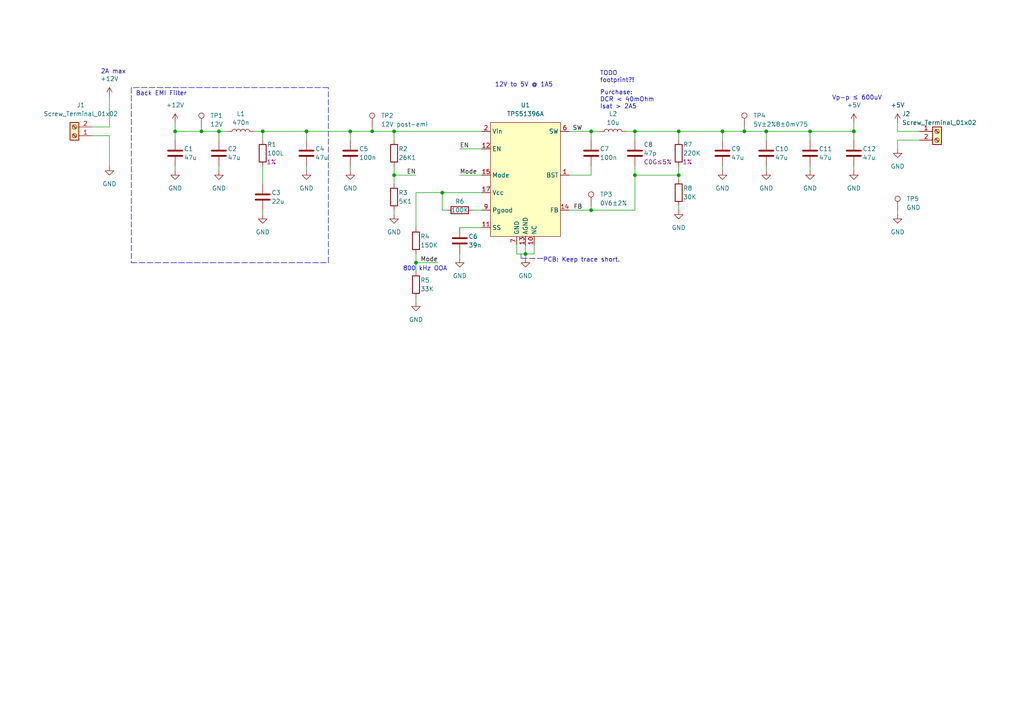
<source format=kicad_sch>
(kicad_sch (version 20210621) (generator eeschema)
  (paper "A4")
  (lib_symbols
    (symbol "Connector:Screw_Terminal_01x02" (pin_names (offset 1.016) hide)
      (property "Reference" "J" (at 0 2.54 0))
      (property "Value" "Screw_Terminal_01x02" (at 0 -5.08 0))
      (symbol "Screw_Terminal_01x02_1_1"
        (circle (center 0 -2.54) (radius 0.635) (stroke (width 0.1524)))
        (circle (center 0 0) (radius 0.635) (stroke (width 0.1524)))
        (rectangle (start -1.27 1.27) (end 1.27 -3.81) (stroke (width 0.254)) (fill (type background)))
        (polyline (pts (xy -0.5334 -2.2098) (xy 0.3302 -3.048)) (stroke (width 0.1524)))
        (polyline (pts (xy -0.5334 0.3302) (xy 0.3302 -0.508)) (stroke (width 0.1524)))
        (polyline (pts (xy -0.3556 -2.032) (xy 0.508 -2.8702)) (stroke (width 0.1524)))
        (polyline (pts (xy -0.3556 0.508) (xy 0.508 -0.3302)) (stroke (width 0.1524)))
        (pin passive line (at -5.08 0 0) (length 3.81) (name "Pin_1") (number "1"))
        (pin passive line (at -5.08 -2.54 0) (length 3.81) (name "Pin_2") (number "2"))
      )
    )
    (symbol "Connector:TestPoint" (pin_numbers hide) (pin_names (offset 0.762) hide)
      (property "Reference" "TP" (at 0 6.858 0))
      (property "Value" "TestPoint" (at 0 5.08 0))
      (symbol "TestPoint_0_1"
        (circle (center 0 3.302) (radius 0.762))
      )
      (symbol "TestPoint_1_1"
        (pin passive line (at 0 0 90) (length 2.54) (name "1") (number "1"))
      )
    )
    (symbol "Device:C" (pin_numbers hide) (pin_names (offset 0.254))
      (property "Reference" "C" (at 0.635 2.54 0))
      (property "Value" "C" (at 0.635 -2.54 0))
      (symbol "C_0_1"
        (polyline (pts (xy -2.032 -0.762) (xy 2.032 -0.762)) (stroke (width 0.508)))
        (polyline (pts (xy -2.032 0.762) (xy 2.032 0.762)) (stroke (width 0.508)))
      )
      (symbol "C_1_1"
        (pin passive line (at 0 3.81 270) (length 2.794) (name "~") (number "1"))
        (pin passive line (at 0 -3.81 90) (length 2.794) (name "~") (number "2"))
      )
    )
    (symbol "Device:L" (pin_numbers hide) (pin_names (offset 1.016) hide)
      (property "Reference" "L" (at -1.27 0 90))
      (property "Value" "L" (at 1.905 0 90))
      (symbol "L_0_1"
        (arc (start 0 -2.54) (end 0 -1.27) (radius (at 0 -1.905) (length 0.635) (angles -89.9 89.9)))
        (arc (start 0 -1.27) (end 0 0) (radius (at 0 -0.635) (length 0.635) (angles -89.9 89.9)))
        (arc (start 0 0) (end 0 1.27) (radius (at 0 0.635) (length 0.635) (angles -89.9 89.9)))
        (arc (start 0 1.27) (end 0 2.54) (radius (at 0 1.905) (length 0.635) (angles -89.9 89.9)))
      )
      (symbol "L_1_1"
        (pin passive line (at 0 3.81 270) (length 1.27) (name "1") (number "1"))
        (pin passive line (at 0 -3.81 90) (length 1.27) (name "2") (number "2"))
      )
    )
    (symbol "Device:R" (pin_numbers hide) (pin_names (offset 0))
      (property "Reference" "R" (at 2.032 0 90))
      (property "Value" "R" (at 0 0 90))
      (symbol "R_0_1"
        (rectangle (start -1.016 -2.54) (end 1.016 2.54) (stroke (width 0.254)))
      )
      (symbol "R_1_1"
        (pin passive line (at 0 3.81 270) (length 1.27) (name "~") (number "1"))
        (pin passive line (at 0 -3.81 90) (length 1.27) (name "~") (number "2"))
      )
    )
    (symbol "custom_symbols:TPS51396A"
      (property "Reference" "U" (at 0 7.62 0))
      (property "Value" "TPS51396A" (at 0 5.08 0))
      (symbol "TPS51396A_0_0"
        (pin input line (at 12.7 0 180) (length 2.54) (name "BST") (number "1"))
        (pin unspecified line (at 2.54 -20.32 90) (length 2.54) (name "NC") (number "10"))
        (pin input line (at -12.7 -15.24 0) (length 2.54) (name "SS") (number "11"))
        (pin input line (at -12.7 7.62 0) (length 2.54) (name "EN") (number "12"))
        (pin power_in line (at 0 -20.32 90) (length 2.54) (name "AGND") (number "13"))
        (pin input line (at 12.7 -10.16 180) (length 2.54) (name "FB") (number "14"))
        (pin input line (at -12.7 0 0) (length 2.54) (name "Mode") (number "15"))
        (pin unspecified line (at 2.54 -20.32 90) (length 2.54) hide (name "NC") (number "16"))
        (pin power_out line (at -12.7 -5.08 0) (length 2.54) (name "Vcc") (number "17"))
        (pin power_in line (at -2.54 -20.32 90) (length 2.54) hide (name "GND") (number "18"))
        (pin power_out line (at 12.7 12.7 180) (length 2.54) hide (name "SW") (number "19"))
        (pin power_in line (at -12.7 12.7 0) (length 2.54) (name "Vin") (number "2"))
        (pin power_out line (at 12.7 12.7 180) (length 2.54) hide (name "SW") (number "20"))
        (pin power_in line (at -2.54 -20.32 90) (length 2.54) hide (name "GND") (number "21"))
        (pin power_in line (at -12.7 12.7 0) (length 2.54) hide (name "Vin") (number "3"))
        (pin power_in line (at -12.7 12.7 0) (length 2.54) hide (name "Vin") (number "4"))
        (pin power_in line (at -12.7 12.7 0) (length 2.54) hide (name "Vin") (number "5"))
        (pin power_out line (at 12.7 12.7 180) (length 2.54) (name "SW") (number "6"))
        (pin power_in line (at -2.54 -20.32 90) (length 2.54) (name "GND") (number "7"))
        (pin power_in line (at -2.54 -20.32 90) (length 2.54) hide (name "GND") (number "8"))
        (pin open_collector line (at -12.7 -10.16 0) (length 2.54) (name "Pgood") (number "9"))
      )
      (symbol "TPS51396A_0_1"
        (rectangle (start -10.16 15.24) (end 10.16 -17.78) (stroke (width 0.1524)) (fill (type background)))
      )
    )
    (symbol "power:+12V" (power) (pin_names (offset 0))
      (property "Value" "+12V" (at 0 3.556 0))
      (symbol "+12V_0_1"
        (polyline (pts (xy -0.762 1.27) (xy 0 2.54)))
        (polyline (pts (xy 0 0) (xy 0 2.54)))
        (polyline (pts (xy 0 2.54) (xy 0.762 1.27)))
      )
      (symbol "+12V_1_1"
        (pin power_in line (at 0 0 90) (length 0) hide (name "+12V") (number "1"))
      )
    )
    (symbol "power:+5V" (power) (pin_names (offset 0))
      (property "Value" "+5V" (at 0 3.556 0))
      (symbol "+5V_0_1"
        (polyline (pts (xy -0.762 1.27) (xy 0 2.54)))
        (polyline (pts (xy 0 0) (xy 0 2.54)))
        (polyline (pts (xy 0 2.54) (xy 0.762 1.27)))
      )
      (symbol "+5V_1_1"
        (pin power_in line (at 0 0 90) (length 0) hide (name "+5V") (number "1"))
      )
    )
    (symbol "power:GND" (power) (pin_names (offset 0))
      (property "Value" "GND" (at 0 -3.81 0))
      (symbol "GND_0_1"
        (polyline (pts (xy 0 0) (xy 0 -1.27) (xy 1.27 -1.27) (xy 0 -2.54) (xy -1.27 -1.27) (xy 0 -1.27)))
      )
      (symbol "GND_1_1"
        (pin power_in line (at 0 0 270) (length 0) hide (name "GND") (number "1"))
      )
    )
  )
  (junction (at 50.8 38.1))
  (junction (at 58.42 38.1))
  (junction (at 63.5 38.1))
  (junction (at 76.2 38.1))
  (junction (at 88.9 38.1))
  (junction (at 101.6 38.1))
  (junction (at 107.95 38.1))
  (junction (at 114.3 38.1))
  (junction (at 114.3 50.8))
  (junction (at 120.65 76.2))
  (junction (at 128.27 55.88))
  (junction (at 152.4 73.66))
  (junction (at 171.45 38.1))
  (junction (at 171.45 60.96))
  (junction (at 184.15 38.1))
  (junction (at 184.15 50.8))
  (junction (at 196.85 38.1))
  (junction (at 196.85 50.8))
  (junction (at 209.55 38.1))
  (junction (at 215.9 38.1))
  (junction (at 222.25 38.1))
  (junction (at 234.95 38.1))
  (junction (at 247.65 38.1))
  (wire (pts (xy 26.67 36.83) (xy 31.75 36.83)))
  (wire (pts (xy 31.75 36.83) (xy 31.75 27.94)))
  (wire (pts (xy 31.75 39.37) (xy 26.67 39.37)))
  (wire (pts (xy 31.75 48.26) (xy 31.75 39.37)))
  (wire (pts (xy 50.8 35.56) (xy 50.8 38.1)))
  (wire (pts (xy 50.8 38.1) (xy 50.8 40.64)))
  (wire (pts (xy 50.8 48.26) (xy 50.8 49.53)))
  (wire (pts (xy 58.42 36.83) (xy 58.42 38.1)))
  (wire (pts (xy 58.42 38.1) (xy 50.8 38.1)))
  (wire (pts (xy 63.5 38.1) (xy 58.42 38.1)))
  (wire (pts (xy 63.5 38.1) (xy 66.04 38.1)))
  (wire (pts (xy 63.5 40.64) (xy 63.5 38.1)))
  (wire (pts (xy 63.5 48.26) (xy 63.5 49.53)))
  (wire (pts (xy 76.2 38.1) (xy 73.66 38.1)))
  (wire (pts (xy 76.2 40.64) (xy 76.2 38.1)))
  (wire (pts (xy 76.2 48.26) (xy 76.2 53.34)))
  (wire (pts (xy 76.2 60.96) (xy 76.2 62.23)))
  (wire (pts (xy 88.9 38.1) (xy 76.2 38.1)))
  (wire (pts (xy 88.9 40.64) (xy 88.9 38.1)))
  (wire (pts (xy 88.9 48.26) (xy 88.9 49.53)))
  (wire (pts (xy 101.6 38.1) (xy 88.9 38.1)))
  (wire (pts (xy 101.6 40.64) (xy 101.6 38.1)))
  (wire (pts (xy 101.6 48.26) (xy 101.6 49.53)))
  (wire (pts (xy 107.95 36.83) (xy 107.95 38.1)))
  (wire (pts (xy 107.95 38.1) (xy 101.6 38.1)))
  (wire (pts (xy 114.3 38.1) (xy 107.95 38.1)))
  (wire (pts (xy 114.3 38.1) (xy 139.7 38.1)))
  (wire (pts (xy 114.3 40.64) (xy 114.3 38.1)))
  (wire (pts (xy 114.3 48.26) (xy 114.3 50.8)))
  (wire (pts (xy 114.3 50.8) (xy 114.3 53.34)))
  (wire (pts (xy 114.3 50.8) (xy 120.65 50.8)))
  (wire (pts (xy 114.3 60.96) (xy 114.3 62.23)))
  (wire (pts (xy 120.65 55.88) (xy 128.27 55.88)))
  (wire (pts (xy 120.65 66.04) (xy 120.65 55.88)))
  (wire (pts (xy 120.65 73.66) (xy 120.65 76.2)))
  (wire (pts (xy 120.65 76.2) (xy 120.65 78.74)))
  (wire (pts (xy 120.65 76.2) (xy 127 76.2)))
  (wire (pts (xy 120.65 86.36) (xy 120.65 87.63)))
  (wire (pts (xy 128.27 55.88) (xy 139.7 55.88)))
  (wire (pts (xy 128.27 60.96) (xy 128.27 55.88)))
  (wire (pts (xy 129.54 60.96) (xy 128.27 60.96)))
  (wire (pts (xy 133.35 43.18) (xy 139.7 43.18)))
  (wire (pts (xy 133.35 50.8) (xy 139.7 50.8)))
  (wire (pts (xy 133.35 66.04) (xy 139.7 66.04)))
  (wire (pts (xy 133.35 73.66) (xy 133.35 74.93)))
  (wire (pts (xy 137.16 60.96) (xy 139.7 60.96)))
  (wire (pts (xy 149.86 73.66) (xy 149.86 71.12)))
  (wire (pts (xy 152.4 71.12) (xy 152.4 73.66)))
  (wire (pts (xy 152.4 73.66) (xy 149.86 73.66)))
  (wire (pts (xy 152.4 73.66) (xy 152.4 74.93)))
  (wire (pts (xy 152.4 73.66) (xy 154.94 73.66)))
  (wire (pts (xy 154.94 73.66) (xy 154.94 71.12)))
  (wire (pts (xy 165.1 50.8) (xy 171.45 50.8)))
  (wire (pts (xy 165.1 60.96) (xy 171.45 60.96)))
  (wire (pts (xy 171.45 38.1) (xy 165.1 38.1)))
  (wire (pts (xy 171.45 38.1) (xy 173.99 38.1)))
  (wire (pts (xy 171.45 40.64) (xy 171.45 38.1)))
  (wire (pts (xy 171.45 50.8) (xy 171.45 48.26)))
  (wire (pts (xy 171.45 59.69) (xy 171.45 60.96)))
  (wire (pts (xy 171.45 60.96) (xy 184.15 60.96)))
  (wire (pts (xy 184.15 38.1) (xy 181.61 38.1)))
  (wire (pts (xy 184.15 40.64) (xy 184.15 38.1)))
  (wire (pts (xy 184.15 48.26) (xy 184.15 50.8)))
  (wire (pts (xy 184.15 50.8) (xy 196.85 50.8)))
  (wire (pts (xy 184.15 60.96) (xy 184.15 50.8)))
  (wire (pts (xy 196.85 38.1) (xy 184.15 38.1)))
  (wire (pts (xy 196.85 40.64) (xy 196.85 38.1)))
  (wire (pts (xy 196.85 48.26) (xy 196.85 50.8)))
  (wire (pts (xy 196.85 50.8) (xy 196.85 52.07)))
  (wire (pts (xy 196.85 59.69) (xy 196.85 60.96)))
  (wire (pts (xy 209.55 38.1) (xy 196.85 38.1)))
  (wire (pts (xy 209.55 40.64) (xy 209.55 38.1)))
  (wire (pts (xy 209.55 48.26) (xy 209.55 49.53)))
  (wire (pts (xy 215.9 36.83) (xy 215.9 38.1)))
  (wire (pts (xy 215.9 38.1) (xy 209.55 38.1)))
  (wire (pts (xy 222.25 38.1) (xy 215.9 38.1)))
  (wire (pts (xy 222.25 40.64) (xy 222.25 38.1)))
  (wire (pts (xy 222.25 48.26) (xy 222.25 49.53)))
  (wire (pts (xy 234.95 38.1) (xy 222.25 38.1)))
  (wire (pts (xy 234.95 40.64) (xy 234.95 38.1)))
  (wire (pts (xy 234.95 48.26) (xy 234.95 49.53)))
  (wire (pts (xy 247.65 35.56) (xy 247.65 38.1)))
  (wire (pts (xy 247.65 38.1) (xy 234.95 38.1)))
  (wire (pts (xy 247.65 40.64) (xy 247.65 38.1)))
  (wire (pts (xy 247.65 48.26) (xy 247.65 49.53)))
  (wire (pts (xy 260.35 35.56) (xy 260.35 38.1)))
  (wire (pts (xy 260.35 38.1) (xy 266.7 38.1)))
  (wire (pts (xy 260.35 40.64) (xy 266.7 40.64)))
  (wire (pts (xy 260.35 43.18) (xy 260.35 40.64)))
  (wire (pts (xy 260.35 60.96) (xy 260.35 62.23)))
  (polyline (pts (xy 38.1 25.4) (xy 38.1 76.2)))
  (polyline (pts (xy 38.1 76.2) (xy 95.25 76.2)))
  (polyline (pts (xy 95.25 25.4) (xy 38.1 25.4)))
  (polyline (pts (xy 95.25 76.2) (xy 95.25 25.4)))
  (polyline (pts (xy 151.13 73.66) (xy 151.13 74.93)))
  (polyline (pts (xy 157.48 74.93) (xy 151.13 74.93)))
  (text "2A max" (at 29.21 21.59 0) (effects (font (size 1.27 1.27)) (justify left bottom)))
  (text "Back EMI Filter" (at 39.37 27.94 0) (effects (font (size 1.27 1.27)) (justify left bottom)))
  (text "800 kHz OOA" (at 116.84 78.74 0) (effects (font (size 1.27 1.27)) (justify left bottom)))
  (text "12V to 5V @ 1A5" (at 143.51 25.4 0) (effects (font (size 1.27 1.27)) (justify left bottom)))
  (text "PCB: Keep trace short." (at 157.48 76.2 0) (effects (font (size 1.27 1.27)) (justify left bottom)))
  (text "TODO\nfootprint?!" (at 173.99 24.13 0) (effects (font (size 1.27 1.27)) (justify left bottom)))
  (text "Purchase:\nDCR < 40mOhm\nIsat > 2A5" (at 173.99 31.75 0) (effects (font (size 1.27 1.27)) (justify left bottom)))
  (text "Vp-p ≤ 600uV" (at 241.3 29.21 0) (effects (font (size 1.27 1.27)) (justify left bottom)))
  (label "EN" (at 120.65 50.8 180))
  (label "Mode" (at 127 76.2 180))
  (label "EN" (at 133.35 43.18 0))
  (label "Mode" (at 133.35 50.8 0))
  (label "SW" (at 168.91 38.1 180))
  (label "FB" (at 168.91 60.96 180))
  (symbol (lib_id "power:+12V") (at 31.75 27.94 0) (unit 1)
    (property "Reference" "#PWR0117" (effects hide))
    (property "Value" "+12V" (at 31.75 22.86 0))
  )
  (symbol (lib_id "power:+12V") (at 50.8 35.56 0) (unit 1)
    (property "Reference" "#PWR0116" (effects hide))
    (property "Value" "+12V" (at 50.8 30.48 0))
  )
  (symbol (lib_id "power:+5V") (at 247.65 35.56 0) (unit 1)
    (property "Reference" "#PWR0111" (effects hide))
    (property "Value" "+5V" (at 247.65 30.48 0))
  )
  (symbol (lib_id "power:+5V") (at 260.35 35.56 0) (unit 1)
    (property "Reference" "#PWR0120" (effects hide))
    (property "Value" "+5V" (at 260.35 30.48 0))
  )
  (symbol (lib_id "Connector:TestPoint") (at 58.42 36.83 0) (unit 1) (in_bom no)
    (property "Reference" "TP1" (at 60.96 33.5279 0) (effects (justify left)))
    (property "Value" "12V" (at 60.96 36.0679 0) (effects (justify left)))
    (property "Footprint" "TestPoint:TestPoint_Pad_3.0x3.0mm" (effects hide))
  )
  (symbol (lib_id "Connector:TestPoint") (at 107.95 36.83 0) (unit 1) (in_bom no)
    (property "Reference" "TP2" (at 110.49 33.5279 0) (effects (justify left)))
    (property "Value" "12V post-emi" (at 110.49 36.0679 0) (effects (justify left)))
    (property "Footprint" "TestPoint:TestPoint_Pad_3.0x3.0mm" (effects hide))
  )
  (symbol (lib_id "Connector:TestPoint") (at 171.45 59.69 0) (unit 1) (in_bom no)
    (property "Reference" "TP3" (at 173.99 56.3879 0) (effects (justify left)))
    (property "Value" "0V6±2%" (at 173.99 58.9279 0) (effects (justify left)))
    (property "Footprint" "TestPoint:TestPoint_Pad_3.0x3.0mm" (effects hide))
  )
  (symbol (lib_id "Connector:TestPoint") (at 215.9 36.83 0) (unit 1) (in_bom no)
    (property "Reference" "TP4" (at 218.44 33.5279 0) (effects (justify left)))
    (property "Value" "5V±2%8±0mV75" (at 218.44 36.0679 0) (effects (justify left)))
    (property "Footprint" "TestPoint:TestPoint_Pad_3.0x3.0mm" (effects hide))
  )
  (symbol (lib_id "Connector:TestPoint") (at 260.35 60.96 0) (unit 1) (in_bom no)
    (property "Reference" "TP5" (at 262.89 57.6579 0) (effects (justify left)))
    (property "Value" "GND" (at 262.89 60.1979 0) (effects (justify left)))
    (property "Footprint" "TestPoint:TestPoint_Pad_3.0x3.0mm" (effects hide))
  )
  (symbol (lib_id "power:GND") (at 31.75 48.26 0) (unit 1)
    (property "Reference" "#PWR0118" (effects hide))
    (property "Value" "GND" (at 31.75 53.34 0))
  )
  (symbol (lib_id "power:GND") (at 50.8 49.53 0) (unit 1)
    (property "Reference" "#PWR0115" (effects hide))
    (property "Value" "GND" (at 50.8 54.61 0))
  )
  (symbol (lib_id "power:GND") (at 63.5 49.53 0) (unit 1)
    (property "Reference" "#PWR0114" (effects hide))
    (property "Value" "GND" (at 63.5 54.61 0))
  )
  (symbol (lib_id "power:GND") (at 76.2 62.23 0) (unit 1)
    (property "Reference" "#PWR0113" (effects hide))
    (property "Value" "GND" (at 76.2 67.31 0))
  )
  (symbol (lib_id "power:GND") (at 88.9 49.53 0) (unit 1)
    (property "Reference" "#PWR0105" (effects hide))
    (property "Value" "GND" (at 88.9 54.61 0))
  )
  (symbol (lib_id "power:GND") (at 101.6 49.53 0) (unit 1)
    (property "Reference" "#PWR0104" (effects hide))
    (property "Value" "GND" (at 101.6 54.61 0))
  )
  (symbol (lib_id "power:GND") (at 114.3 62.23 0) (unit 1)
    (property "Reference" "#PWR0103" (effects hide))
    (property "Value" "GND" (at 114.3 67.31 0))
  )
  (symbol (lib_id "power:GND") (at 120.65 87.63 0) (unit 1)
    (property "Reference" "#PWR0107" (effects hide))
    (property "Value" "GND" (at 120.65 92.71 0))
  )
  (symbol (lib_id "power:GND") (at 133.35 74.93 0) (unit 1)
    (property "Reference" "#PWR0108" (effects hide))
    (property "Value" "GND" (at 133.35 80.01 0))
  )
  (symbol (lib_id "power:GND") (at 152.4 74.93 0) (unit 1)
    (property "Reference" "#PWR0106" (effects hide))
    (property "Value" "GND" (at 152.4 80.01 0))
  )
  (symbol (lib_id "power:GND") (at 196.85 60.96 0) (unit 1)
    (property "Reference" "#PWR0102" (effects hide))
    (property "Value" "GND" (at 196.85 66.04 0))
  )
  (symbol (lib_id "power:GND") (at 209.55 49.53 0) (unit 1)
    (property "Reference" "#PWR0101" (effects hide))
    (property "Value" "GND" (at 209.55 54.61 0))
  )
  (symbol (lib_id "power:GND") (at 222.25 49.53 0) (unit 1)
    (property "Reference" "#PWR0110" (effects hide))
    (property "Value" "GND" (at 222.25 54.61 0))
  )
  (symbol (lib_id "power:GND") (at 234.95 49.53 0) (unit 1)
    (property "Reference" "#PWR0109" (effects hide))
    (property "Value" "GND" (at 234.95 54.61 0))
  )
  (symbol (lib_id "power:GND") (at 247.65 49.53 0) (unit 1)
    (property "Reference" "#PWR0112" (effects hide))
    (property "Value" "GND" (at 247.65 54.61 0))
  )
  (symbol (lib_id "power:GND") (at 260.35 43.18 0) (unit 1)
    (property "Reference" "#PWR0121" (effects hide))
    (property "Value" "GND" (at 260.35 48.26 0))
  )
  (symbol (lib_id "power:GND") (at 260.35 62.23 0) (unit 1)
    (property "Reference" "#PWR0119" (effects hide))
    (property "Value" "GND" (at 260.35 67.31 0))
  )
  (symbol (lib_id "Device:L") (at 69.85 38.1 90) (unit 1)
    (property "Reference" "L1" (at 69.85 33.02 90))
    (property "Value" "470n" (at 69.85 35.56 90))
    (property "Footprint" "Inductor_SMD:L_Taiyo-Yuden_NR-50xx_HandSoldering" (effects hide))
    (property "SKU" "Taiyo Yuden;NRS5020TR47NMGJ" (effects hide))
  )
  (symbol (lib_id "Device:L") (at 177.8 38.1 90) (unit 1)
    (property "Reference" "L2" (at 177.8 33.02 90))
    (property "Value" "10u" (at 177.8 35.56 90))
    (property "Footprint" "Inductor_SMD:L_Taiyo-Yuden_NR-80xx_HandSoldering" (effects hide))
    (property "SKU" "Taiyo Yuden;NRS8040T100MJGJ" (effects hide))
  )
  (symbol (lib_id "Device:R") (at 76.2 44.45 0) (unit 1)
    (property "Reference" "R1" (at 77.47 41.9099 0) (effects (justify left)))
    (property "Value" "100L" (at 77.47 44.4499 0) (effects (justify left)))
    (property "Footprint" "Resistor_SMD:R_1206_3216Metric_Pad1.30x1.75mm_HandSolder" (effects hide))
    (property "SKU" "Stackpole;CSR1206FTR100" (effects hide))
    (property "SKU2" "Bourns;CRM1206-FX-R100ELF" (effects hide))
    (property "Tolerance" "1%" (at 78.74 46.99 0))
  )
  (symbol (lib_id "Device:R") (at 114.3 44.45 0) (unit 1)
    (property "Reference" "R2" (at 115.57 43.1799 0) (effects (justify left)))
    (property "Value" "26K1" (at 115.57 45.7199 0) (effects (justify left)))
    (property "Footprint" "Resistor_SMD:R_0603_1608Metric_Pad0.98x0.95mm_HandSolder" (effects hide))
    (property "SKU" "Rohm;MCR03ERTF2612" (effects hide))
    (property "SKU2" "Vishay;CRCW060326K1FKEC" (effects hide))
  )
  (symbol (lib_id "Device:R") (at 114.3 57.15 0) (unit 1)
    (property "Reference" "R3" (at 115.57 55.8799 0) (effects (justify left)))
    (property "Value" "5K1" (at 115.57 58.4199 0) (effects (justify left)))
    (property "Footprint" "Resistor_SMD:R_0603_1608Metric_Pad0.98x0.95mm_HandSolder" (effects hide))
    (property "SKU" "Stackpole;RMCF0603JG5K10" (effects hide))
  )
  (symbol (lib_id "Device:R") (at 120.65 69.85 0) (unit 1)
    (property "Reference" "R4" (at 121.92 68.5799 0) (effects (justify left)))
    (property "Value" "150K" (at 121.92 71.1199 0) (effects (justify left)))
    (property "Footprint" "Resistor_SMD:R_0603_1608Metric_Pad0.98x0.95mm_HandSolder" (effects hide))
    (property "SKU" "Yageo;AC0603JR-07150KL" (effects hide))
  )
  (symbol (lib_id "Device:R") (at 120.65 82.55 0) (unit 1)
    (property "Reference" "R5" (at 121.92 81.2799 0) (effects (justify left)))
    (property "Value" "33K" (at 121.92 83.8199 0) (effects (justify left)))
    (property "Footprint" "Resistor_SMD:R_0603_1608Metric_Pad0.98x0.95mm_HandSolder" (effects hide))
    (property "SKU" "Samsung;RC1608F3302CS" (effects hide))
    (property "SKU2" "Yageo;AC0603JR-0733KL" (effects hide))
  )
  (symbol (lib_id "Device:R") (at 133.35 60.96 90) (unit 1)
    (property "Reference" "R6" (at 133.35 58.42 90))
    (property "Value" "100K" (at 133.35 60.96 90))
    (property "Footprint" "Resistor_SMD:R_0603_1608Metric_Pad0.98x0.95mm_HandSolder" (effects hide))
    (property "SKU" "Walsin;WR06X104 JTL" (effects hide))
  )
  (symbol (lib_id "Device:R") (at 196.85 44.45 0) (unit 1)
    (property "Reference" "R7" (at 198.12 41.9099 0) (effects (justify left)))
    (property "Value" "220K" (at 198.12 44.4499 0) (effects (justify left)))
    (property "Footprint" "Resistor_SMD:R_0603_1608Metric_Pad0.98x0.95mm_HandSolder" (effects hide))
    (property "Tolerance" "1%" (at 199.39 46.99 0))
    (property "SKU" "TE;CRG0603F220K" (effects hide))
    (property "SKU2" "Bourns;CR0603-FX-2203ELF" (effects hide))
  )
  (symbol (lib_id "Device:R") (at 196.85 55.88 0) (unit 1)
    (property "Reference" "R8" (at 198.12 54.6099 0) (effects (justify left)))
    (property "Value" "30K" (at 198.12 57.1499 0) (effects (justify left)))
    (property "Footprint" "Resistor_SMD:R_0603_1608Metric_Pad0.98x0.95mm_HandSolder" (effects hide))
    (property "SKU" "Yageo;RC0603FR-1330KL" (effects hide))
    (property "SKU2" "Bourns;CR0603-FX-3002ELF" (effects hide))
    (property "Tolerance" "1%" (effects hide))
  )
  (symbol (lib_id "Connector:Screw_Terminal_01x02") (at 21.59 39.37 180) (unit 1)
    (property "Reference" "J1" (at 23.4315 30.48 0))
    (property "Value" "Screw_Terminal_01x02" (at 23.4315 33.02 0))
    (property "Footprint" "TerminalBlock:TerminalBlock_bornier-2_P5.08mm" (effects hide))
    (property "SKU" "On Shore Technology;OSTTCXX2162" (effects hide))
  )
  (symbol (lib_id "Connector:Screw_Terminal_01x02") (at 271.78 38.1 0) (unit 1)
    (property "Reference" "J2" (at 261.62 33.0199 0) (effects (justify left)))
    (property "Value" "Screw_Terminal_01x02" (at 261.62 35.5599 0) (effects (justify left)))
    (property "Footprint" "TerminalBlock:TerminalBlock_bornier-2_P5.08mm" (effects hide))
    (property "SKU" "On Shore Technology;OSTTCXX2162" (effects hide))
  )
  (symbol (lib_id "Device:C") (at 50.8 44.45 0) (unit 1)
    (property "Reference" "C1" (at 53.34 43.1799 0) (effects (justify left)))
    (property "Value" "47u" (at 53.34 45.7199 0) (effects (justify left)))
    (property "Footprint" "Capacitor_SMD:C_1210_3225Metric_Pad1.33x2.70mm_HandSolder" (effects hide))
    (property "SKU" "Murata;GRM32EC81C476KE15L" (effects hide))
  )
  (symbol (lib_id "Device:C") (at 63.5 44.45 0) (unit 1)
    (property "Reference" "C2" (at 66.04 43.1799 0) (effects (justify left)))
    (property "Value" "47u" (at 66.04 45.7199 0) (effects (justify left)))
    (property "Footprint" "Capacitor_SMD:C_1210_3225Metric_Pad1.33x2.70mm_HandSolder" (effects hide))
    (property "SKU" "Murata;GRM32EC81C476KE15L" (effects hide))
  )
  (symbol (lib_id "Device:C") (at 76.2 57.15 0) (unit 1)
    (property "Reference" "C3" (at 78.74 55.8799 0) (effects (justify left)))
    (property "Value" "22u" (at 78.74 58.4199 0) (effects (justify left)))
    (property "Footprint" "Resistor_SMD:R_0805_2012Metric_Pad1.20x1.40mm_HandSolder" (effects hide))
    (property "SKU" "Samsung;CL21A226MAYNNNE" (effects hide))
  )
  (symbol (lib_id "Device:C") (at 88.9 44.45 0) (unit 1)
    (property "Reference" "C4" (at 91.44 43.1799 0) (effects (justify left)))
    (property "Value" "47u" (at 91.44 45.7199 0) (effects (justify left)))
    (property "Footprint" "Capacitor_SMD:C_1210_3225Metric_Pad1.33x2.70mm_HandSolder" (effects hide))
    (property "SKU" "Murata;GRM32EC81C476KE15L" (effects hide))
  )
  (symbol (lib_id "Device:C") (at 101.6 44.45 0) (unit 1)
    (property "Reference" "C5" (at 104.14 43.1799 0) (effects (justify left)))
    (property "Value" "100n" (at 104.14 45.7199 0) (effects (justify left)))
    (property "Footprint" "Capacitor_SMD:C_0402_1005Metric_Pad0.74x0.62mm_HandSolder" (effects hide))
    (property "SKU" "Samsung;CL05F104ZO5NNND" (effects hide))
  )
  (symbol (lib_id "Device:C") (at 133.35 69.85 0) (unit 1)
    (property "Reference" "C6" (at 135.89 68.5799 0) (effects (justify left)))
    (property "Value" "39n" (at 135.89 71.1199 0) (effects (justify left)))
    (property "Footprint" "Capacitor_SMD:C_0402_1005Metric_Pad0.74x0.62mm_HandSolder" (effects hide))
    (property "SKU" "Taiyo Yuden;TMK105B7473MV-F" (effects hide))
    (property "SKU2" "Samsung;CL05F473ZO5NNNC" (effects hide))
  )
  (symbol (lib_id "Device:C") (at 171.45 44.45 0) (unit 1)
    (property "Reference" "C7" (at 173.99 43.1799 0) (effects (justify left)))
    (property "Value" "100n" (at 173.99 45.7199 0) (effects (justify left)))
    (property "Footprint" "Capacitor_SMD:C_0402_1005Metric_Pad0.74x0.62mm_HandSolder" (effects hide))
    (property "SKU" "Samsung;CL05F104ZO5NNND" (effects hide))
  )
  (symbol (lib_id "Device:C") (at 184.15 44.45 0) (unit 1)
    (property "Reference" "C8" (at 186.69 41.9099 0) (effects (justify left)))
    (property "Value" "47p" (at 186.69 44.4499 0) (effects (justify left)))
    (property "Footprint" "Capacitor_SMD:C_0402_1005Metric_Pad0.74x0.62mm_HandSolder" (effects hide))
    (property "Tolerance" "C0G≤5%" (at 186.69 46.99 0) (effects (justify left)))
    (property "SKU" "Samsung;CL05C470JB5NNNC" (effects hide))
    (property "SKU2" "Walsin;0402N470J250CT" (effects hide))
  )
  (symbol (lib_id "Device:C") (at 209.55 44.45 0) (unit 1)
    (property "Reference" "C9" (at 212.09 43.1799 0) (effects (justify left)))
    (property "Value" "47u" (at 212.09 45.7199 0) (effects (justify left)))
    (property "Footprint" "Capacitor_SMD:C_1210_3225Metric_Pad1.33x2.70mm_HandSolder" (effects hide))
    (property "SKU" "Murata;GRM32EC81C476KE15L" (effects hide))
  )
  (symbol (lib_id "Device:C") (at 222.25 44.45 0) (unit 1)
    (property "Reference" "C10" (at 224.79 43.1799 0) (effects (justify left)))
    (property "Value" "47u" (at 224.79 45.7199 0) (effects (justify left)))
    (property "Footprint" "Capacitor_SMD:C_1210_3225Metric_Pad1.33x2.70mm_HandSolder" (effects hide))
    (property "SKU" "Murata;GRM32EC81C476KE15L" (effects hide))
  )
  (symbol (lib_id "Device:C") (at 234.95 44.45 0) (unit 1)
    (property "Reference" "C11" (at 237.49 43.1799 0) (effects (justify left)))
    (property "Value" "47u" (at 237.49 45.7199 0) (effects (justify left)))
    (property "Footprint" "Capacitor_SMD:C_1210_3225Metric_Pad1.33x2.70mm_HandSolder" (effects hide))
    (property "SKU" "Murata;GRM32EC81C476KE15L" (effects hide))
  )
  (symbol (lib_id "Device:C") (at 247.65 44.45 0) (unit 1)
    (property "Reference" "C12" (at 250.19 43.1799 0) (effects (justify left)))
    (property "Value" "47u" (at 250.19 45.7199 0) (effects (justify left)))
    (property "Footprint" "Capacitor_SMD:C_1210_3225Metric_Pad1.33x2.70mm_HandSolder" (effects hide))
    (property "SKU" "Murata;GRM32EC81C476KE15L" (effects hide))
  )
  (symbol (lib_id "custom_symbols:TPS51396A") (at 152.4 50.8 0) (unit 1)
    (property "Reference" "U1" (at 152.4 30.48 0))
    (property "Value" "TPS51396A" (at 152.4 33.02 0))
    (property "Footprint" "Package_DFN_QFN:VQFN-20-1EP_3x3mm_P0.45mm_EP1.55x1.55mm_ThermalVias" (effects hide))
    (property "Datasheet" "https://www.ti.com/lit/gpn/tps51396a" (effects hide))
    (property "SKU" "TI;TPS51396ARJER" (effects hide))
  )
)
</source>
